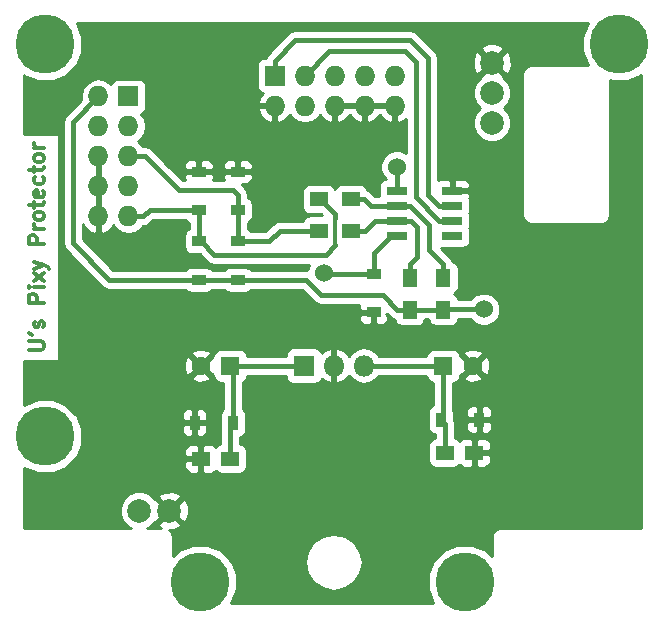
<source format=gbr>
G04 #@! TF.FileFunction,Copper,L1,Top,Signal*
%FSLAX46Y46*%
G04 Gerber Fmt 4.6, Leading zero omitted, Abs format (unit mm)*
G04 Created by KiCad (PCBNEW 4.0.7-e2-6376~58~ubuntu16.04.1) date Thu Nov  2 10:40:48 2017*
%MOMM*%
%LPD*%
G01*
G04 APERTURE LIST*
%ADD10C,0.100000*%
%ADD11C,0.300000*%
%ADD12C,5.000000*%
%ADD13R,1.500000X1.250000*%
%ADD14R,1.600000X1.600000*%
%ADD15C,1.600000*%
%ADD16R,1.220000X0.910000*%
%ADD17R,0.910000X1.220000*%
%ADD18R,1.727200X1.727200*%
%ADD19O,1.727200X1.727200*%
%ADD20C,2.000000*%
%ADD21R,1.300000X1.500000*%
%ADD22R,1.500000X1.300000*%
%ADD23R,1.780000X0.720000*%
%ADD24R,1.800000X1.800000*%
%ADD25O,1.800000X1.800000*%
%ADD26C,1.524000*%
%ADD27C,0.406400*%
%ADD28C,0.304800*%
%ADD29C,0.254000*%
G04 APERTURE END LIST*
D10*
D11*
X101091495Y-128402466D02*
X102143876Y-128402466D01*
X102267686Y-128340561D01*
X102329590Y-128278657D01*
X102391495Y-128154847D01*
X102391495Y-127907228D01*
X102329590Y-127783419D01*
X102267686Y-127721514D01*
X102143876Y-127659609D01*
X101091495Y-127659609D01*
X101091495Y-126978656D02*
X101339114Y-127102466D01*
X102329590Y-126483418D02*
X102391495Y-126359608D01*
X102391495Y-126111989D01*
X102329590Y-125988180D01*
X102205781Y-125926275D01*
X102143876Y-125926275D01*
X102020067Y-125988180D01*
X101958162Y-126111989D01*
X101958162Y-126297704D01*
X101896257Y-126421513D01*
X101772448Y-126483418D01*
X101710543Y-126483418D01*
X101586733Y-126421513D01*
X101524829Y-126297704D01*
X101524829Y-126111989D01*
X101586733Y-125988180D01*
X102391495Y-124378656D02*
X101091495Y-124378656D01*
X101091495Y-123883418D01*
X101153400Y-123759609D01*
X101215305Y-123697704D01*
X101339114Y-123635799D01*
X101524829Y-123635799D01*
X101648638Y-123697704D01*
X101710543Y-123759609D01*
X101772448Y-123883418D01*
X101772448Y-124378656D01*
X102391495Y-123078656D02*
X101524829Y-123078656D01*
X101091495Y-123078656D02*
X101153400Y-123140561D01*
X101215305Y-123078656D01*
X101153400Y-123016751D01*
X101091495Y-123078656D01*
X101215305Y-123078656D01*
X102391495Y-122583418D02*
X101524829Y-121902465D01*
X101524829Y-122583418D02*
X102391495Y-121902465D01*
X101524829Y-121531037D02*
X102391495Y-121221513D01*
X101524829Y-120911989D02*
X102391495Y-121221513D01*
X102701019Y-121345322D01*
X102762924Y-121407227D01*
X102824829Y-121531037D01*
X102391495Y-119426275D02*
X101091495Y-119426275D01*
X101091495Y-118931037D01*
X101153400Y-118807228D01*
X101215305Y-118745323D01*
X101339114Y-118683418D01*
X101524829Y-118683418D01*
X101648638Y-118745323D01*
X101710543Y-118807228D01*
X101772448Y-118931037D01*
X101772448Y-119426275D01*
X102391495Y-118126275D02*
X101524829Y-118126275D01*
X101772448Y-118126275D02*
X101648638Y-118064370D01*
X101586733Y-118002466D01*
X101524829Y-117878656D01*
X101524829Y-117754847D01*
X102391495Y-117135799D02*
X102329590Y-117259608D01*
X102267686Y-117321513D01*
X102143876Y-117383418D01*
X101772448Y-117383418D01*
X101648638Y-117321513D01*
X101586733Y-117259608D01*
X101524829Y-117135799D01*
X101524829Y-116950085D01*
X101586733Y-116826275D01*
X101648638Y-116764370D01*
X101772448Y-116702466D01*
X102143876Y-116702466D01*
X102267686Y-116764370D01*
X102329590Y-116826275D01*
X102391495Y-116950085D01*
X102391495Y-117135799D01*
X101524829Y-116331037D02*
X101524829Y-115835799D01*
X101091495Y-116145323D02*
X102205781Y-116145323D01*
X102329590Y-116083418D01*
X102391495Y-115959609D01*
X102391495Y-115835799D01*
X102329590Y-114907228D02*
X102391495Y-115031038D01*
X102391495Y-115278657D01*
X102329590Y-115402466D01*
X102205781Y-115464371D01*
X101710543Y-115464371D01*
X101586733Y-115402466D01*
X101524829Y-115278657D01*
X101524829Y-115031038D01*
X101586733Y-114907228D01*
X101710543Y-114845323D01*
X101834352Y-114845323D01*
X101958162Y-115464371D01*
X102329590Y-113731037D02*
X102391495Y-113854847D01*
X102391495Y-114102466D01*
X102329590Y-114226275D01*
X102267686Y-114288180D01*
X102143876Y-114350085D01*
X101772448Y-114350085D01*
X101648638Y-114288180D01*
X101586733Y-114226275D01*
X101524829Y-114102466D01*
X101524829Y-113854847D01*
X101586733Y-113731037D01*
X101524829Y-113359608D02*
X101524829Y-112864370D01*
X101091495Y-113173894D02*
X102205781Y-113173894D01*
X102329590Y-113111989D01*
X102391495Y-112988180D01*
X102391495Y-112864370D01*
X102391495Y-112245323D02*
X102329590Y-112369132D01*
X102267686Y-112431037D01*
X102143876Y-112492942D01*
X101772448Y-112492942D01*
X101648638Y-112431037D01*
X101586733Y-112369132D01*
X101524829Y-112245323D01*
X101524829Y-112059609D01*
X101586733Y-111935799D01*
X101648638Y-111873894D01*
X101772448Y-111811990D01*
X102143876Y-111811990D01*
X102267686Y-111873894D01*
X102329590Y-111935799D01*
X102391495Y-112059609D01*
X102391495Y-112245323D01*
X102391495Y-111254847D02*
X101524829Y-111254847D01*
X101772448Y-111254847D02*
X101648638Y-111192942D01*
X101586733Y-111131038D01*
X101524829Y-111007228D01*
X101524829Y-110883419D01*
D12*
X102500000Y-135700000D03*
X115600000Y-148000000D03*
X151100000Y-102500000D03*
X138000000Y-148000000D03*
D13*
X118161000Y-137592000D03*
X115661000Y-137592000D03*
D14*
X118161000Y-129718000D03*
D15*
X115661000Y-129718000D03*
D13*
X136322000Y-137084000D03*
X138822000Y-137084000D03*
D14*
X136195000Y-129718000D03*
D15*
X138695000Y-129718000D03*
D16*
X130289500Y-121923500D03*
X130289500Y-125193500D03*
D17*
X118399000Y-134544000D03*
X115129000Y-134544000D03*
X135957000Y-134290000D03*
X139227000Y-134290000D03*
D16*
X118796000Y-122463000D03*
X118796000Y-119193000D03*
X118796000Y-116557500D03*
X118796000Y-113287500D03*
X115494000Y-122463000D03*
X115494000Y-119193000D03*
X115494000Y-116557500D03*
X115494000Y-113287500D03*
D18*
X121920000Y-105160000D03*
D19*
X121920000Y-107700000D03*
X124460000Y-105160000D03*
X124460000Y-107700000D03*
X127000000Y-105160000D03*
X127000000Y-107700000D03*
X129540000Y-105160000D03*
X129540000Y-107700000D03*
X132080000Y-105160000D03*
X132080000Y-107700000D03*
D20*
X110460000Y-142000000D03*
X113000000Y-142000000D03*
D18*
X109525000Y-106921500D03*
D19*
X106985000Y-106921500D03*
X109525000Y-109461500D03*
X106985000Y-109461500D03*
X109525000Y-112001500D03*
X106985000Y-112001500D03*
X109525000Y-114541500D03*
X106985000Y-114541500D03*
X109525000Y-117081500D03*
X106985000Y-117081500D03*
D20*
X140322500Y-104064000D03*
X140322500Y-106604000D03*
X140322500Y-109144000D03*
D21*
X136195000Y-124972000D03*
X136195000Y-122272000D03*
X133337500Y-124972000D03*
X133337500Y-122272000D03*
D22*
X125654000Y-115621000D03*
X128354000Y-115621000D03*
X125701000Y-118288000D03*
X128401000Y-118288000D03*
D23*
X136938000Y-118732500D03*
X136938000Y-117462500D03*
X136938000Y-116192500D03*
X136938000Y-114922500D03*
X132258000Y-114922500D03*
X132258000Y-116192500D03*
X132258000Y-117462500D03*
X132258000Y-118732500D03*
D12*
X102500000Y-102500000D03*
D24*
X124384000Y-129718000D03*
D25*
X126924000Y-129718000D03*
X129464000Y-129718000D03*
D26*
X126053116Y-121903913D03*
X139624000Y-124955500D03*
X132258000Y-112890500D03*
D27*
X118161000Y-129718000D02*
X124384000Y-129718000D01*
X118399000Y-134544000D02*
X118399000Y-129956000D01*
X118399000Y-129956000D02*
X118161000Y-129718000D01*
X118161000Y-137592000D02*
X118161000Y-134782000D01*
X118161000Y-134782000D02*
X118399000Y-134544000D01*
X136322000Y-137084000D02*
X136322000Y-134655000D01*
X136322000Y-134655000D02*
X135957000Y-134290000D01*
X136195000Y-129718000D02*
X136195000Y-134052000D01*
X136195000Y-134052000D02*
X135957000Y-134290000D01*
X129464000Y-129718000D02*
X136195000Y-129718000D01*
X126072703Y-121923500D02*
X126053116Y-121903913D01*
X130289500Y-121923500D02*
X126072703Y-121923500D01*
X130289500Y-121923500D02*
X130289500Y-120171000D01*
X130289500Y-120171000D02*
X131728000Y-118732500D01*
X131728000Y-118732500D02*
X132258000Y-118732500D01*
X115494000Y-122463000D02*
X107921500Y-122463000D01*
X107921500Y-122463000D02*
X104826000Y-119367500D01*
X104826000Y-119367500D02*
X104826000Y-109080500D01*
X104826000Y-109080500D02*
X106985000Y-106921500D01*
X118796000Y-122463000D02*
X124572648Y-122463000D01*
X131063802Y-123754702D02*
X132281100Y-124972000D01*
X124572648Y-122463000D02*
X125864350Y-123754702D01*
X125864350Y-123754702D02*
X131063802Y-123754702D01*
X132281100Y-124972000D02*
X133337500Y-124972000D01*
X139624000Y-124955500D02*
X136211500Y-124955500D01*
X136211500Y-124955500D02*
X136195000Y-124972000D01*
X133337500Y-124972000D02*
X136195000Y-124972000D01*
X115494000Y-122463000D02*
X118796000Y-122463000D01*
X121447000Y-119193000D02*
X122352000Y-118288000D01*
X122352000Y-118288000D02*
X125701000Y-118288000D01*
X118796000Y-119193000D02*
X121447000Y-119193000D01*
X118796000Y-119193000D02*
X118796000Y-116557500D01*
X109525000Y-112001500D02*
X110922000Y-112001500D01*
X110922000Y-112001500D02*
X113779500Y-114859000D01*
X118796000Y-115240000D02*
X118796000Y-116557500D01*
X113779500Y-114859000D02*
X118415000Y-114859000D01*
X118415000Y-114859000D02*
X118796000Y-115240000D01*
D28*
X127051000Y-119494500D02*
X127051000Y-117208500D01*
D27*
X127051000Y-116918000D02*
X127051000Y-117208500D01*
X125654000Y-115621000D02*
X125754000Y-115621000D01*
X125754000Y-115621000D02*
X127051000Y-116918000D01*
X126225500Y-120320000D02*
X127051000Y-119494500D01*
X116776000Y-120320000D02*
X126225500Y-120320000D01*
X115494000Y-119193000D02*
X115649000Y-119193000D01*
X115649000Y-119193000D02*
X116776000Y-120320000D01*
X111317814Y-116510000D02*
X111365314Y-116557500D01*
X111365314Y-116557500D02*
X115494000Y-116557500D01*
X109525000Y-117081500D02*
X110746314Y-117081500D01*
X110746314Y-117081500D02*
X111317814Y-116510000D01*
X115494000Y-116557500D02*
X115494000Y-119193000D01*
X133401000Y-102159000D02*
X123651000Y-102159000D01*
X123651000Y-102159000D02*
X121920000Y-103890000D01*
X121920000Y-103890000D02*
X121920000Y-105160000D01*
X134925000Y-103683000D02*
X133401000Y-102159000D01*
X134925000Y-115256782D02*
X134925000Y-103683000D01*
X136938000Y-116192500D02*
X135860718Y-116192500D01*
X135860718Y-116192500D02*
X134925000Y-115256782D01*
X136938000Y-117462500D02*
X135860718Y-117462500D01*
X135860718Y-117462500D02*
X133845500Y-115447282D01*
X133845500Y-115447282D02*
X133845500Y-104000500D01*
X133845500Y-104000500D02*
X132956500Y-103111500D01*
X132956500Y-103111500D02*
X126508500Y-103111500D01*
X126508500Y-103111500D02*
X124460000Y-105160000D01*
X132258000Y-114922500D02*
X132258000Y-112890500D01*
X134988500Y-117825948D02*
X133355052Y-116192500D01*
X134988500Y-119909100D02*
X134988500Y-117825948D01*
X136195000Y-122272000D02*
X136195000Y-121115600D01*
X136195000Y-121115600D02*
X134988500Y-119909100D01*
X133355052Y-116192500D02*
X132258000Y-116192500D01*
X128354000Y-115621000D02*
X129510400Y-115621000D01*
X129510400Y-115621000D02*
X130081900Y-116192500D01*
X130081900Y-116192500D02*
X132258000Y-116192500D01*
X133475564Y-117462500D02*
X132258000Y-117462500D01*
X133337500Y-121115600D02*
X133972500Y-120480600D01*
X133337500Y-122272000D02*
X133337500Y-121115600D01*
X133972500Y-120480600D02*
X133972500Y-117959436D01*
X133972500Y-117959436D02*
X133475564Y-117462500D01*
X128401000Y-118288000D02*
X129557400Y-118288000D01*
X129557400Y-118288000D02*
X130382900Y-117462500D01*
X130382900Y-117462500D02*
X132258000Y-117462500D01*
D29*
G36*
X148443826Y-100721847D02*
X147965546Y-101873674D01*
X147964457Y-103120854D01*
X148440727Y-104273515D01*
X148457183Y-104290000D01*
X143600000Y-104290000D01*
X143328295Y-104344046D01*
X143097954Y-104497954D01*
X142944046Y-104728295D01*
X142890000Y-105000000D01*
X142890000Y-117000000D01*
X142944046Y-117271705D01*
X143097954Y-117502046D01*
X143328295Y-117655954D01*
X143600000Y-117710000D01*
X149600000Y-117710000D01*
X149871705Y-117655954D01*
X150102046Y-117502046D01*
X150255954Y-117271705D01*
X150310000Y-117000000D01*
X150310000Y-105566491D01*
X150473674Y-105634454D01*
X151720854Y-105635543D01*
X152873515Y-105159273D01*
X152890000Y-105142817D01*
X152890000Y-143490000D01*
X141000000Y-143490000D01*
X140728295Y-143544046D01*
X140497954Y-143697954D01*
X140344046Y-143928295D01*
X140290000Y-144200000D01*
X140290000Y-145856567D01*
X139778153Y-145343826D01*
X138626326Y-144865546D01*
X137379146Y-144864457D01*
X136226485Y-145340727D01*
X135343826Y-146221847D01*
X134865546Y-147373674D01*
X134864457Y-148620854D01*
X135340727Y-149773515D01*
X135357183Y-149790000D01*
X118244306Y-149790000D01*
X118256174Y-149778153D01*
X118734454Y-148626326D01*
X118735543Y-147379146D01*
X118321878Y-146378000D01*
X124492275Y-146378000D01*
X124673822Y-147290700D01*
X125190825Y-148064450D01*
X125964575Y-148581453D01*
X126877275Y-148763000D01*
X126970725Y-148763000D01*
X127883425Y-148581453D01*
X128657175Y-148064450D01*
X129174178Y-147290700D01*
X129355725Y-146378000D01*
X129174178Y-145465300D01*
X128657175Y-144691550D01*
X127883425Y-144174547D01*
X126970725Y-143993000D01*
X126877275Y-143993000D01*
X125964575Y-144174547D01*
X125190825Y-144691550D01*
X124673822Y-145465300D01*
X124492275Y-146378000D01*
X118321878Y-146378000D01*
X118259273Y-146226485D01*
X117378153Y-145343826D01*
X116226326Y-144865546D01*
X114979146Y-144864457D01*
X113826485Y-145340727D01*
X113310000Y-145856311D01*
X113310000Y-144200000D01*
X113255954Y-143928295D01*
X113102046Y-143697954D01*
X113009004Y-143635786D01*
X113385460Y-143621856D01*
X113874264Y-143419387D01*
X113972927Y-143152532D01*
X113000000Y-142179605D01*
X112027073Y-143152532D01*
X112125736Y-143419387D01*
X112315805Y-143490000D01*
X111135408Y-143490000D01*
X111384943Y-143386894D01*
X111812562Y-142960022D01*
X111847468Y-142972927D01*
X112820395Y-142000000D01*
X113179605Y-142000000D01*
X114152532Y-142972927D01*
X114419387Y-142874264D01*
X114645908Y-142264539D01*
X114621856Y-141614540D01*
X114419387Y-141125736D01*
X114152532Y-141027073D01*
X113179605Y-142000000D01*
X112820395Y-142000000D01*
X111847468Y-141027073D01*
X111812062Y-141040164D01*
X111619703Y-140847468D01*
X112027073Y-140847468D01*
X113000000Y-141820395D01*
X113972927Y-140847468D01*
X113874264Y-140580613D01*
X113264539Y-140354092D01*
X112614540Y-140378144D01*
X112125736Y-140580613D01*
X112027073Y-140847468D01*
X111619703Y-140847468D01*
X111387363Y-140614722D01*
X110786648Y-140365284D01*
X110136205Y-140364716D01*
X109535057Y-140613106D01*
X109074722Y-141072637D01*
X108825284Y-141673352D01*
X108824716Y-142323795D01*
X109073106Y-142924943D01*
X109532637Y-143385278D01*
X109784836Y-143490000D01*
X100710000Y-143490000D01*
X100710000Y-138344306D01*
X100721847Y-138356174D01*
X101873674Y-138834454D01*
X103120854Y-138835543D01*
X104273515Y-138359273D01*
X104755879Y-137877750D01*
X114276000Y-137877750D01*
X114276000Y-138343310D01*
X114372673Y-138576699D01*
X114551302Y-138755327D01*
X114784691Y-138852000D01*
X115375250Y-138852000D01*
X115534000Y-138693250D01*
X115534000Y-137719000D01*
X114434750Y-137719000D01*
X114276000Y-137877750D01*
X104755879Y-137877750D01*
X105156174Y-137478153D01*
X105420871Y-136840690D01*
X114276000Y-136840690D01*
X114276000Y-137306250D01*
X114434750Y-137465000D01*
X115534000Y-137465000D01*
X115534000Y-136490750D01*
X115788000Y-136490750D01*
X115788000Y-137465000D01*
X115808000Y-137465000D01*
X115808000Y-137719000D01*
X115788000Y-137719000D01*
X115788000Y-138693250D01*
X115946750Y-138852000D01*
X116537309Y-138852000D01*
X116770698Y-138755327D01*
X116911936Y-138614090D01*
X116946910Y-138668441D01*
X117159110Y-138813431D01*
X117411000Y-138864440D01*
X118911000Y-138864440D01*
X119146317Y-138820162D01*
X119362441Y-138681090D01*
X119507431Y-138468890D01*
X119558440Y-138217000D01*
X119558440Y-136967000D01*
X119514162Y-136731683D01*
X119375090Y-136515559D01*
X119162890Y-136370569D01*
X118999200Y-136337421D01*
X118999200Y-135774119D01*
X119089317Y-135757162D01*
X119305441Y-135618090D01*
X119450431Y-135405890D01*
X119501440Y-135154000D01*
X119501440Y-133934000D01*
X119457162Y-133698683D01*
X119318090Y-133482559D01*
X119237200Y-133427289D01*
X119237200Y-131094855D01*
X119412441Y-130982090D01*
X119557431Y-130769890D01*
X119600704Y-130556200D01*
X122836560Y-130556200D01*
X122836560Y-130618000D01*
X122880838Y-130853317D01*
X123019910Y-131069441D01*
X123232110Y-131214431D01*
X123484000Y-131265440D01*
X125284000Y-131265440D01*
X125519317Y-131221162D01*
X125735441Y-131082090D01*
X125880431Y-130869890D01*
X125890766Y-130818854D01*
X126016424Y-130955966D01*
X126559258Y-131209046D01*
X126797000Y-131088997D01*
X126797000Y-129845000D01*
X126777000Y-129845000D01*
X126777000Y-129591000D01*
X126797000Y-129591000D01*
X126797000Y-128347003D01*
X127051000Y-128347003D01*
X127051000Y-129591000D01*
X127071000Y-129591000D01*
X127071000Y-129845000D01*
X127051000Y-129845000D01*
X127051000Y-131088997D01*
X127288742Y-131209046D01*
X127831576Y-130955966D01*
X128189499Y-130565418D01*
X128348519Y-130803409D01*
X128846509Y-131136155D01*
X129433928Y-131253000D01*
X129494072Y-131253000D01*
X130081491Y-131136155D01*
X130579481Y-130803409D01*
X130744661Y-130556200D01*
X134754748Y-130556200D01*
X134791838Y-130753317D01*
X134930910Y-130969441D01*
X135143110Y-131114431D01*
X135356800Y-131157704D01*
X135356800Y-133059881D01*
X135266683Y-133076838D01*
X135050559Y-133215910D01*
X134905569Y-133428110D01*
X134854560Y-133680000D01*
X134854560Y-134900000D01*
X134898838Y-135135317D01*
X135037910Y-135351441D01*
X135250110Y-135496431D01*
X135483800Y-135543754D01*
X135483800Y-135828156D01*
X135336683Y-135855838D01*
X135120559Y-135994910D01*
X134975569Y-136207110D01*
X134924560Y-136459000D01*
X134924560Y-137709000D01*
X134968838Y-137944317D01*
X135107910Y-138160441D01*
X135320110Y-138305431D01*
X135572000Y-138356440D01*
X137072000Y-138356440D01*
X137307317Y-138312162D01*
X137523441Y-138173090D01*
X137569969Y-138104994D01*
X137712302Y-138247327D01*
X137945691Y-138344000D01*
X138536250Y-138344000D01*
X138695000Y-138185250D01*
X138695000Y-137211000D01*
X138949000Y-137211000D01*
X138949000Y-138185250D01*
X139107750Y-138344000D01*
X139698309Y-138344000D01*
X139931698Y-138247327D01*
X140110327Y-138068699D01*
X140207000Y-137835310D01*
X140207000Y-137369750D01*
X140048250Y-137211000D01*
X138949000Y-137211000D01*
X138695000Y-137211000D01*
X138675000Y-137211000D01*
X138675000Y-136957000D01*
X138695000Y-136957000D01*
X138695000Y-135982750D01*
X138949000Y-135982750D01*
X138949000Y-136957000D01*
X140048250Y-136957000D01*
X140207000Y-136798250D01*
X140207000Y-136332690D01*
X140110327Y-136099301D01*
X139931698Y-135920673D01*
X139698309Y-135824000D01*
X139107750Y-135824000D01*
X138949000Y-135982750D01*
X138695000Y-135982750D01*
X138536250Y-135824000D01*
X137945691Y-135824000D01*
X137712302Y-135920673D01*
X137571064Y-136061910D01*
X137536090Y-136007559D01*
X137323890Y-135862569D01*
X137160200Y-135829421D01*
X137160200Y-134655000D01*
X137144437Y-134575750D01*
X138137000Y-134575750D01*
X138137000Y-135026310D01*
X138233673Y-135259699D01*
X138412302Y-135438327D01*
X138645691Y-135535000D01*
X138941250Y-135535000D01*
X139100000Y-135376250D01*
X139100000Y-134417000D01*
X139354000Y-134417000D01*
X139354000Y-135376250D01*
X139512750Y-135535000D01*
X139808309Y-135535000D01*
X140041698Y-135438327D01*
X140220327Y-135259699D01*
X140317000Y-135026310D01*
X140317000Y-134575750D01*
X140158250Y-134417000D01*
X139354000Y-134417000D01*
X139100000Y-134417000D01*
X138295750Y-134417000D01*
X138137000Y-134575750D01*
X137144437Y-134575750D01*
X137096396Y-134334235D01*
X137096396Y-134334234D01*
X137059440Y-134278926D01*
X137059440Y-133680000D01*
X137035674Y-133553690D01*
X138137000Y-133553690D01*
X138137000Y-134004250D01*
X138295750Y-134163000D01*
X139100000Y-134163000D01*
X139100000Y-133203750D01*
X139354000Y-133203750D01*
X139354000Y-134163000D01*
X140158250Y-134163000D01*
X140317000Y-134004250D01*
X140317000Y-133553690D01*
X140220327Y-133320301D01*
X140041698Y-133141673D01*
X139808309Y-133045000D01*
X139512750Y-133045000D01*
X139354000Y-133203750D01*
X139100000Y-133203750D01*
X138941250Y-133045000D01*
X138645691Y-133045000D01*
X138412302Y-133141673D01*
X138233673Y-133320301D01*
X138137000Y-133553690D01*
X137035674Y-133553690D01*
X137033200Y-133540547D01*
X137033200Y-131158252D01*
X137230317Y-131121162D01*
X137446441Y-130982090D01*
X137591431Y-130769890D01*
X137600370Y-130725745D01*
X137866861Y-130725745D01*
X137940995Y-130971864D01*
X138478223Y-131164965D01*
X139048454Y-131137778D01*
X139449005Y-130971864D01*
X139523139Y-130725745D01*
X138695000Y-129897605D01*
X137866861Y-130725745D01*
X137600370Y-130725745D01*
X137639646Y-130531799D01*
X137687255Y-130546139D01*
X138515395Y-129718000D01*
X138874605Y-129718000D01*
X139702745Y-130546139D01*
X139948864Y-130472005D01*
X140141965Y-129934777D01*
X140114778Y-129364546D01*
X139948864Y-128963995D01*
X139702745Y-128889861D01*
X138874605Y-129718000D01*
X138515395Y-129718000D01*
X137687255Y-128889861D01*
X137639833Y-128904145D01*
X137603351Y-128710255D01*
X137866861Y-128710255D01*
X138695000Y-129538395D01*
X139523139Y-128710255D01*
X139449005Y-128464136D01*
X138911777Y-128271035D01*
X138341546Y-128298222D01*
X137940995Y-128464136D01*
X137866861Y-128710255D01*
X137603351Y-128710255D01*
X137598162Y-128682683D01*
X137459090Y-128466559D01*
X137246890Y-128321569D01*
X136995000Y-128270560D01*
X135395000Y-128270560D01*
X135159683Y-128314838D01*
X134943559Y-128453910D01*
X134798569Y-128666110D01*
X134755296Y-128879800D01*
X130744661Y-128879800D01*
X130579481Y-128632591D01*
X130081491Y-128299845D01*
X129494072Y-128183000D01*
X129433928Y-128183000D01*
X128846509Y-128299845D01*
X128348519Y-128632591D01*
X128189499Y-128870582D01*
X127831576Y-128480034D01*
X127288742Y-128226954D01*
X127051000Y-128347003D01*
X126797000Y-128347003D01*
X126559258Y-128226954D01*
X126016424Y-128480034D01*
X125893156Y-128614538D01*
X125887162Y-128582683D01*
X125748090Y-128366559D01*
X125535890Y-128221569D01*
X125284000Y-128170560D01*
X123484000Y-128170560D01*
X123248683Y-128214838D01*
X123032559Y-128353910D01*
X122887569Y-128566110D01*
X122836560Y-128818000D01*
X122836560Y-128879800D01*
X119601252Y-128879800D01*
X119564162Y-128682683D01*
X119425090Y-128466559D01*
X119212890Y-128321569D01*
X118961000Y-128270560D01*
X117361000Y-128270560D01*
X117125683Y-128314838D01*
X116909559Y-128453910D01*
X116764569Y-128666110D01*
X116716354Y-128904201D01*
X116668745Y-128889861D01*
X115840605Y-129718000D01*
X116668745Y-130546139D01*
X116716167Y-130531855D01*
X116757838Y-130753317D01*
X116896910Y-130969441D01*
X117109110Y-131114431D01*
X117361000Y-131165440D01*
X117560800Y-131165440D01*
X117560800Y-133425998D01*
X117492559Y-133469910D01*
X117347569Y-133682110D01*
X117296560Y-133934000D01*
X117296560Y-135154000D01*
X117322800Y-135293453D01*
X117322800Y-136336156D01*
X117175683Y-136363838D01*
X116959559Y-136502910D01*
X116913031Y-136571006D01*
X116770698Y-136428673D01*
X116537309Y-136332000D01*
X115946750Y-136332000D01*
X115788000Y-136490750D01*
X115534000Y-136490750D01*
X115375250Y-136332000D01*
X114784691Y-136332000D01*
X114551302Y-136428673D01*
X114372673Y-136607301D01*
X114276000Y-136840690D01*
X105420871Y-136840690D01*
X105634454Y-136326326D01*
X105635543Y-135079146D01*
X105532495Y-134829750D01*
X114039000Y-134829750D01*
X114039000Y-135280310D01*
X114135673Y-135513699D01*
X114314302Y-135692327D01*
X114547691Y-135789000D01*
X114843250Y-135789000D01*
X115002000Y-135630250D01*
X115002000Y-134671000D01*
X115256000Y-134671000D01*
X115256000Y-135630250D01*
X115414750Y-135789000D01*
X115710309Y-135789000D01*
X115943698Y-135692327D01*
X116122327Y-135513699D01*
X116219000Y-135280310D01*
X116219000Y-134829750D01*
X116060250Y-134671000D01*
X115256000Y-134671000D01*
X115002000Y-134671000D01*
X114197750Y-134671000D01*
X114039000Y-134829750D01*
X105532495Y-134829750D01*
X105159273Y-133926485D01*
X105040686Y-133807690D01*
X114039000Y-133807690D01*
X114039000Y-134258250D01*
X114197750Y-134417000D01*
X115002000Y-134417000D01*
X115002000Y-133457750D01*
X115256000Y-133457750D01*
X115256000Y-134417000D01*
X116060250Y-134417000D01*
X116219000Y-134258250D01*
X116219000Y-133807690D01*
X116122327Y-133574301D01*
X115943698Y-133395673D01*
X115710309Y-133299000D01*
X115414750Y-133299000D01*
X115256000Y-133457750D01*
X115002000Y-133457750D01*
X114843250Y-133299000D01*
X114547691Y-133299000D01*
X114314302Y-133395673D01*
X114135673Y-133574301D01*
X114039000Y-133807690D01*
X105040686Y-133807690D01*
X104278153Y-133043826D01*
X103126326Y-132565546D01*
X101879146Y-132564457D01*
X100726485Y-133040727D01*
X100710000Y-133057183D01*
X100710000Y-130725745D01*
X114832861Y-130725745D01*
X114906995Y-130971864D01*
X115444223Y-131164965D01*
X116014454Y-131137778D01*
X116415005Y-130971864D01*
X116489139Y-130725745D01*
X115661000Y-129897605D01*
X114832861Y-130725745D01*
X100710000Y-130725745D01*
X100710000Y-129501223D01*
X114214035Y-129501223D01*
X114241222Y-130071454D01*
X114407136Y-130472005D01*
X114653255Y-130546139D01*
X115481395Y-129718000D01*
X114653255Y-128889861D01*
X114407136Y-128963995D01*
X114214035Y-129501223D01*
X100710000Y-129501223D01*
X100710000Y-129346990D01*
X103628400Y-129346990D01*
X103628400Y-128710255D01*
X114832861Y-128710255D01*
X115661000Y-129538395D01*
X116489139Y-128710255D01*
X116415005Y-128464136D01*
X115877777Y-128271035D01*
X115307546Y-128298222D01*
X114906995Y-128464136D01*
X114832861Y-128710255D01*
X103628400Y-128710255D01*
X103628400Y-125479250D01*
X129044500Y-125479250D01*
X129044500Y-125774809D01*
X129141173Y-126008198D01*
X129319801Y-126186827D01*
X129553190Y-126283500D01*
X130003750Y-126283500D01*
X130162500Y-126124750D01*
X130162500Y-125320500D01*
X129203250Y-125320500D01*
X129044500Y-125479250D01*
X103628400Y-125479250D01*
X103628400Y-110124609D01*
X100710000Y-110124609D01*
X100710000Y-109080500D01*
X103987800Y-109080500D01*
X103987800Y-119367500D01*
X104051604Y-119688266D01*
X104233303Y-119960197D01*
X107328803Y-123055697D01*
X107600734Y-123237396D01*
X107921500Y-123301200D01*
X114375998Y-123301200D01*
X114419910Y-123369441D01*
X114632110Y-123514431D01*
X114884000Y-123565440D01*
X116104000Y-123565440D01*
X116339317Y-123521162D01*
X116555441Y-123382090D01*
X116610711Y-123301200D01*
X117677998Y-123301200D01*
X117721910Y-123369441D01*
X117934110Y-123514431D01*
X118186000Y-123565440D01*
X119406000Y-123565440D01*
X119641317Y-123521162D01*
X119857441Y-123382090D01*
X119912711Y-123301200D01*
X124225454Y-123301200D01*
X125271653Y-124347399D01*
X125543585Y-124529098D01*
X125864350Y-124592902D01*
X129052490Y-124592902D01*
X129044500Y-124612191D01*
X129044500Y-124907750D01*
X129203250Y-125066500D01*
X130162500Y-125066500D01*
X130162500Y-125046500D01*
X130416500Y-125046500D01*
X130416500Y-125066500D01*
X130436500Y-125066500D01*
X130436500Y-125320500D01*
X130416500Y-125320500D01*
X130416500Y-126124750D01*
X130575250Y-126283500D01*
X131025810Y-126283500D01*
X131259199Y-126186827D01*
X131437827Y-126008198D01*
X131534500Y-125774809D01*
X131534500Y-125479250D01*
X131375752Y-125320502D01*
X131444208Y-125320502D01*
X131688403Y-125564697D01*
X131960334Y-125746396D01*
X132047929Y-125763820D01*
X132084338Y-125957317D01*
X132223410Y-126173441D01*
X132435610Y-126318431D01*
X132687500Y-126369440D01*
X133987500Y-126369440D01*
X134222817Y-126325162D01*
X134438941Y-126186090D01*
X134583931Y-125973890D01*
X134617079Y-125810200D01*
X134914156Y-125810200D01*
X134941838Y-125957317D01*
X135080910Y-126173441D01*
X135293110Y-126318431D01*
X135545000Y-126369440D01*
X136845000Y-126369440D01*
X137080317Y-126325162D01*
X137296441Y-126186090D01*
X137441431Y-125973890D01*
X137477920Y-125793700D01*
X138486803Y-125793700D01*
X138831630Y-126139129D01*
X139344900Y-126352257D01*
X139900661Y-126352742D01*
X140414303Y-126140510D01*
X140807629Y-125747870D01*
X141020757Y-125234600D01*
X141021242Y-124678839D01*
X140809010Y-124165197D01*
X140416370Y-123771871D01*
X139903100Y-123558743D01*
X139347339Y-123558258D01*
X138833697Y-123770490D01*
X138486281Y-124117300D01*
X137472739Y-124117300D01*
X137448162Y-123986683D01*
X137309090Y-123770559D01*
X137096890Y-123625569D01*
X137083803Y-123622919D01*
X137296441Y-123486090D01*
X137441431Y-123273890D01*
X137492440Y-123022000D01*
X137492440Y-121522000D01*
X137448162Y-121286683D01*
X137309090Y-121070559D01*
X137096890Y-120925569D01*
X136991141Y-120904154D01*
X136969396Y-120794835D01*
X136787697Y-120522903D01*
X135993748Y-119728954D01*
X136048000Y-119739940D01*
X137828000Y-119739940D01*
X138063317Y-119695662D01*
X138279441Y-119556590D01*
X138424431Y-119344390D01*
X138475440Y-119092500D01*
X138475440Y-118372500D01*
X138431162Y-118137183D01*
X138407088Y-118099772D01*
X138424431Y-118074390D01*
X138475440Y-117822500D01*
X138475440Y-117102500D01*
X138431162Y-116867183D01*
X138407088Y-116829772D01*
X138424431Y-116804390D01*
X138475440Y-116552500D01*
X138475440Y-115832500D01*
X138431162Y-115597183D01*
X138403062Y-115553514D01*
X138463000Y-115408810D01*
X138463000Y-115208250D01*
X138304250Y-115049500D01*
X137065000Y-115049500D01*
X137065000Y-115069500D01*
X136811000Y-115069500D01*
X136811000Y-115049500D01*
X136791000Y-115049500D01*
X136791000Y-114795500D01*
X136811000Y-114795500D01*
X136811000Y-114086250D01*
X137065000Y-114086250D01*
X137065000Y-114795500D01*
X138304250Y-114795500D01*
X138463000Y-114636750D01*
X138463000Y-114436190D01*
X138366327Y-114202801D01*
X138187698Y-114024173D01*
X137954309Y-113927500D01*
X137223750Y-113927500D01*
X137065000Y-114086250D01*
X136811000Y-114086250D01*
X136652250Y-113927500D01*
X135921691Y-113927500D01*
X135763200Y-113993149D01*
X135763200Y-106927795D01*
X138687216Y-106927795D01*
X138935606Y-107528943D01*
X139280259Y-107874199D01*
X138937222Y-108216637D01*
X138687784Y-108817352D01*
X138687216Y-109467795D01*
X138935606Y-110068943D01*
X139395137Y-110529278D01*
X139995852Y-110778716D01*
X140646295Y-110779284D01*
X141247443Y-110530894D01*
X141707778Y-110071363D01*
X141957216Y-109470648D01*
X141957784Y-108820205D01*
X141709394Y-108219057D01*
X141364741Y-107873801D01*
X141707778Y-107531363D01*
X141957216Y-106930648D01*
X141957784Y-106280205D01*
X141709394Y-105679057D01*
X141282522Y-105251438D01*
X141295427Y-105216532D01*
X140322500Y-104243605D01*
X139349573Y-105216532D01*
X139362664Y-105251938D01*
X138937222Y-105676637D01*
X138687784Y-106277352D01*
X138687216Y-106927795D01*
X135763200Y-106927795D01*
X135763200Y-103799461D01*
X138676592Y-103799461D01*
X138700644Y-104449460D01*
X138903113Y-104938264D01*
X139169968Y-105036927D01*
X140142895Y-104064000D01*
X140502105Y-104064000D01*
X141475032Y-105036927D01*
X141741887Y-104938264D01*
X141968408Y-104328539D01*
X141944356Y-103678540D01*
X141741887Y-103189736D01*
X141475032Y-103091073D01*
X140502105Y-104064000D01*
X140142895Y-104064000D01*
X139169968Y-103091073D01*
X138903113Y-103189736D01*
X138676592Y-103799461D01*
X135763200Y-103799461D01*
X135763200Y-103683000D01*
X135699396Y-103362235D01*
X135517697Y-103090303D01*
X135338862Y-102911468D01*
X139349573Y-102911468D01*
X140322500Y-103884395D01*
X141295427Y-102911468D01*
X141196764Y-102644613D01*
X140587039Y-102418092D01*
X139937040Y-102442144D01*
X139448236Y-102644613D01*
X139349573Y-102911468D01*
X135338862Y-102911468D01*
X133993697Y-101566303D01*
X133721766Y-101384604D01*
X133401000Y-101320800D01*
X123651000Y-101320800D01*
X123330235Y-101384604D01*
X123058303Y-101566303D01*
X121327303Y-103297303D01*
X121145604Y-103569234D01*
X121145604Y-103569235D01*
X121129746Y-103648960D01*
X121056400Y-103648960D01*
X120821083Y-103693238D01*
X120604959Y-103832310D01*
X120459969Y-104044510D01*
X120408960Y-104296400D01*
X120408960Y-106023600D01*
X120453238Y-106258917D01*
X120592310Y-106475041D01*
X120804510Y-106620031D01*
X120898375Y-106639039D01*
X120637312Y-106925053D01*
X120465042Y-107340974D01*
X120586183Y-107573000D01*
X121793000Y-107573000D01*
X121793000Y-107553000D01*
X122047000Y-107553000D01*
X122047000Y-107573000D01*
X122067000Y-107573000D01*
X122067000Y-107827000D01*
X122047000Y-107827000D01*
X122047000Y-109034469D01*
X122279027Y-109154968D01*
X122808490Y-108906821D01*
X123190008Y-108488839D01*
X123370971Y-108759670D01*
X123857152Y-109084526D01*
X124430641Y-109198600D01*
X124489359Y-109198600D01*
X125062848Y-109084526D01*
X125549029Y-108759670D01*
X125729992Y-108488839D01*
X126111510Y-108906821D01*
X126640973Y-109154968D01*
X126873000Y-109034469D01*
X126873000Y-107827000D01*
X127127000Y-107827000D01*
X127127000Y-109034469D01*
X127359027Y-109154968D01*
X127888490Y-108906821D01*
X128270000Y-108488848D01*
X128651510Y-108906821D01*
X129180973Y-109154968D01*
X129413000Y-109034469D01*
X129413000Y-107827000D01*
X129667000Y-107827000D01*
X129667000Y-109034469D01*
X129899027Y-109154968D01*
X130428490Y-108906821D01*
X130810000Y-108488848D01*
X131191510Y-108906821D01*
X131720973Y-109154968D01*
X131953000Y-109034469D01*
X131953000Y-107827000D01*
X129667000Y-107827000D01*
X129413000Y-107827000D01*
X127127000Y-107827000D01*
X126873000Y-107827000D01*
X126853000Y-107827000D01*
X126853000Y-107573000D01*
X126873000Y-107573000D01*
X126873000Y-107553000D01*
X127127000Y-107553000D01*
X127127000Y-107573000D01*
X129413000Y-107573000D01*
X129413000Y-107553000D01*
X129667000Y-107553000D01*
X129667000Y-107573000D01*
X131953000Y-107573000D01*
X131953000Y-107553000D01*
X132207000Y-107553000D01*
X132207000Y-107573000D01*
X132227000Y-107573000D01*
X132227000Y-107827000D01*
X132207000Y-107827000D01*
X132207000Y-109034469D01*
X132439027Y-109154968D01*
X132968490Y-108906821D01*
X133007300Y-108864302D01*
X133007300Y-111688987D01*
X132537100Y-111493743D01*
X131981339Y-111493258D01*
X131467697Y-111705490D01*
X131074371Y-112098130D01*
X130861243Y-112611400D01*
X130860758Y-113167161D01*
X131072990Y-113680803D01*
X131316510Y-113924749D01*
X131132683Y-113959338D01*
X130916559Y-114098410D01*
X130771569Y-114310610D01*
X130720560Y-114562500D01*
X130720560Y-115282500D01*
X130734070Y-115354300D01*
X130429094Y-115354300D01*
X130103097Y-115028303D01*
X129831166Y-114846604D01*
X129724023Y-114825292D01*
X129707162Y-114735683D01*
X129568090Y-114519559D01*
X129355890Y-114374569D01*
X129104000Y-114323560D01*
X127604000Y-114323560D01*
X127368683Y-114367838D01*
X127152559Y-114506910D01*
X127007569Y-114719110D01*
X127004919Y-114732197D01*
X126868090Y-114519559D01*
X126655890Y-114374569D01*
X126404000Y-114323560D01*
X124904000Y-114323560D01*
X124668683Y-114367838D01*
X124452559Y-114506910D01*
X124307569Y-114719110D01*
X124256560Y-114971000D01*
X124256560Y-116271000D01*
X124300838Y-116506317D01*
X124439910Y-116722441D01*
X124652110Y-116867431D01*
X124904000Y-116918440D01*
X125866046Y-116918440D01*
X125938166Y-116990560D01*
X124951000Y-116990560D01*
X124715683Y-117034838D01*
X124499559Y-117173910D01*
X124354569Y-117386110D01*
X124341671Y-117449800D01*
X122352000Y-117449800D01*
X122031234Y-117513604D01*
X121759303Y-117695303D01*
X121099806Y-118354800D01*
X119914002Y-118354800D01*
X119870090Y-118286559D01*
X119657890Y-118141569D01*
X119634200Y-118136772D01*
X119634200Y-117617001D01*
X119641317Y-117615662D01*
X119857441Y-117476590D01*
X120002431Y-117264390D01*
X120053440Y-117012500D01*
X120053440Y-116102500D01*
X120009162Y-115867183D01*
X119870090Y-115651059D01*
X119657890Y-115506069D01*
X119634200Y-115501272D01*
X119634200Y-115240000D01*
X119573734Y-114936016D01*
X119570396Y-114919234D01*
X119388697Y-114647303D01*
X119118894Y-114377500D01*
X119532310Y-114377500D01*
X119765699Y-114280827D01*
X119944327Y-114102198D01*
X120041000Y-113868809D01*
X120041000Y-113573250D01*
X119882250Y-113414500D01*
X118923000Y-113414500D01*
X118923000Y-113434500D01*
X118669000Y-113434500D01*
X118669000Y-113414500D01*
X117709750Y-113414500D01*
X117551000Y-113573250D01*
X117551000Y-113868809D01*
X117613957Y-114020800D01*
X116676043Y-114020800D01*
X116739000Y-113868809D01*
X116739000Y-113573250D01*
X116580250Y-113414500D01*
X115621000Y-113414500D01*
X115621000Y-113434500D01*
X115367000Y-113434500D01*
X115367000Y-113414500D01*
X114407750Y-113414500D01*
X114249000Y-113573250D01*
X114249000Y-113868809D01*
X114311957Y-114020800D01*
X114126694Y-114020800D01*
X112812085Y-112706191D01*
X114249000Y-112706191D01*
X114249000Y-113001750D01*
X114407750Y-113160500D01*
X115367000Y-113160500D01*
X115367000Y-112356250D01*
X115621000Y-112356250D01*
X115621000Y-113160500D01*
X116580250Y-113160500D01*
X116739000Y-113001750D01*
X116739000Y-112706191D01*
X117551000Y-112706191D01*
X117551000Y-113001750D01*
X117709750Y-113160500D01*
X118669000Y-113160500D01*
X118669000Y-112356250D01*
X118923000Y-112356250D01*
X118923000Y-113160500D01*
X119882250Y-113160500D01*
X120041000Y-113001750D01*
X120041000Y-112706191D01*
X119944327Y-112472802D01*
X119765699Y-112294173D01*
X119532310Y-112197500D01*
X119081750Y-112197500D01*
X118923000Y-112356250D01*
X118669000Y-112356250D01*
X118510250Y-112197500D01*
X118059690Y-112197500D01*
X117826301Y-112294173D01*
X117647673Y-112472802D01*
X117551000Y-112706191D01*
X116739000Y-112706191D01*
X116642327Y-112472802D01*
X116463699Y-112294173D01*
X116230310Y-112197500D01*
X115779750Y-112197500D01*
X115621000Y-112356250D01*
X115367000Y-112356250D01*
X115208250Y-112197500D01*
X114757690Y-112197500D01*
X114524301Y-112294173D01*
X114345673Y-112472802D01*
X114249000Y-112706191D01*
X112812085Y-112706191D01*
X111514697Y-111408803D01*
X111242766Y-111227104D01*
X110922000Y-111163300D01*
X110752269Y-111163300D01*
X110584670Y-110912471D01*
X110313828Y-110731500D01*
X110584670Y-110550529D01*
X110909526Y-110064348D01*
X111023600Y-109490859D01*
X111023600Y-109432141D01*
X110909526Y-108858652D01*
X110598426Y-108393058D01*
X110623917Y-108388262D01*
X110840041Y-108249190D01*
X110969974Y-108059026D01*
X120465042Y-108059026D01*
X120637312Y-108474947D01*
X121031510Y-108906821D01*
X121560973Y-109154968D01*
X121793000Y-109034469D01*
X121793000Y-107827000D01*
X120586183Y-107827000D01*
X120465042Y-108059026D01*
X110969974Y-108059026D01*
X110985031Y-108036990D01*
X111036040Y-107785100D01*
X111036040Y-106057900D01*
X110991762Y-105822583D01*
X110852690Y-105606459D01*
X110640490Y-105461469D01*
X110388600Y-105410460D01*
X108661400Y-105410460D01*
X108426083Y-105454738D01*
X108209959Y-105593810D01*
X108064969Y-105806010D01*
X108056136Y-105849631D01*
X108044670Y-105832471D01*
X107558489Y-105507615D01*
X106985000Y-105393541D01*
X106411511Y-105507615D01*
X105925330Y-105832471D01*
X105600474Y-106318652D01*
X105486400Y-106892141D01*
X105486400Y-106950859D01*
X105533493Y-107187613D01*
X104233303Y-108487803D01*
X104051604Y-108759734D01*
X104051604Y-108759735D01*
X103987800Y-109080500D01*
X100710000Y-109080500D01*
X100710000Y-105144306D01*
X100721847Y-105156174D01*
X101873674Y-105634454D01*
X103120854Y-105635543D01*
X104273515Y-105159273D01*
X105156174Y-104278153D01*
X105634454Y-103126326D01*
X105635543Y-101879146D01*
X105159273Y-100726485D01*
X105142817Y-100710000D01*
X148455694Y-100710000D01*
X148443826Y-100721847D01*
X148443826Y-100721847D01*
G37*
X148443826Y-100721847D02*
X147965546Y-101873674D01*
X147964457Y-103120854D01*
X148440727Y-104273515D01*
X148457183Y-104290000D01*
X143600000Y-104290000D01*
X143328295Y-104344046D01*
X143097954Y-104497954D01*
X142944046Y-104728295D01*
X142890000Y-105000000D01*
X142890000Y-117000000D01*
X142944046Y-117271705D01*
X143097954Y-117502046D01*
X143328295Y-117655954D01*
X143600000Y-117710000D01*
X149600000Y-117710000D01*
X149871705Y-117655954D01*
X150102046Y-117502046D01*
X150255954Y-117271705D01*
X150310000Y-117000000D01*
X150310000Y-105566491D01*
X150473674Y-105634454D01*
X151720854Y-105635543D01*
X152873515Y-105159273D01*
X152890000Y-105142817D01*
X152890000Y-143490000D01*
X141000000Y-143490000D01*
X140728295Y-143544046D01*
X140497954Y-143697954D01*
X140344046Y-143928295D01*
X140290000Y-144200000D01*
X140290000Y-145856567D01*
X139778153Y-145343826D01*
X138626326Y-144865546D01*
X137379146Y-144864457D01*
X136226485Y-145340727D01*
X135343826Y-146221847D01*
X134865546Y-147373674D01*
X134864457Y-148620854D01*
X135340727Y-149773515D01*
X135357183Y-149790000D01*
X118244306Y-149790000D01*
X118256174Y-149778153D01*
X118734454Y-148626326D01*
X118735543Y-147379146D01*
X118321878Y-146378000D01*
X124492275Y-146378000D01*
X124673822Y-147290700D01*
X125190825Y-148064450D01*
X125964575Y-148581453D01*
X126877275Y-148763000D01*
X126970725Y-148763000D01*
X127883425Y-148581453D01*
X128657175Y-148064450D01*
X129174178Y-147290700D01*
X129355725Y-146378000D01*
X129174178Y-145465300D01*
X128657175Y-144691550D01*
X127883425Y-144174547D01*
X126970725Y-143993000D01*
X126877275Y-143993000D01*
X125964575Y-144174547D01*
X125190825Y-144691550D01*
X124673822Y-145465300D01*
X124492275Y-146378000D01*
X118321878Y-146378000D01*
X118259273Y-146226485D01*
X117378153Y-145343826D01*
X116226326Y-144865546D01*
X114979146Y-144864457D01*
X113826485Y-145340727D01*
X113310000Y-145856311D01*
X113310000Y-144200000D01*
X113255954Y-143928295D01*
X113102046Y-143697954D01*
X113009004Y-143635786D01*
X113385460Y-143621856D01*
X113874264Y-143419387D01*
X113972927Y-143152532D01*
X113000000Y-142179605D01*
X112027073Y-143152532D01*
X112125736Y-143419387D01*
X112315805Y-143490000D01*
X111135408Y-143490000D01*
X111384943Y-143386894D01*
X111812562Y-142960022D01*
X111847468Y-142972927D01*
X112820395Y-142000000D01*
X113179605Y-142000000D01*
X114152532Y-142972927D01*
X114419387Y-142874264D01*
X114645908Y-142264539D01*
X114621856Y-141614540D01*
X114419387Y-141125736D01*
X114152532Y-141027073D01*
X113179605Y-142000000D01*
X112820395Y-142000000D01*
X111847468Y-141027073D01*
X111812062Y-141040164D01*
X111619703Y-140847468D01*
X112027073Y-140847468D01*
X113000000Y-141820395D01*
X113972927Y-140847468D01*
X113874264Y-140580613D01*
X113264539Y-140354092D01*
X112614540Y-140378144D01*
X112125736Y-140580613D01*
X112027073Y-140847468D01*
X111619703Y-140847468D01*
X111387363Y-140614722D01*
X110786648Y-140365284D01*
X110136205Y-140364716D01*
X109535057Y-140613106D01*
X109074722Y-141072637D01*
X108825284Y-141673352D01*
X108824716Y-142323795D01*
X109073106Y-142924943D01*
X109532637Y-143385278D01*
X109784836Y-143490000D01*
X100710000Y-143490000D01*
X100710000Y-138344306D01*
X100721847Y-138356174D01*
X101873674Y-138834454D01*
X103120854Y-138835543D01*
X104273515Y-138359273D01*
X104755879Y-137877750D01*
X114276000Y-137877750D01*
X114276000Y-138343310D01*
X114372673Y-138576699D01*
X114551302Y-138755327D01*
X114784691Y-138852000D01*
X115375250Y-138852000D01*
X115534000Y-138693250D01*
X115534000Y-137719000D01*
X114434750Y-137719000D01*
X114276000Y-137877750D01*
X104755879Y-137877750D01*
X105156174Y-137478153D01*
X105420871Y-136840690D01*
X114276000Y-136840690D01*
X114276000Y-137306250D01*
X114434750Y-137465000D01*
X115534000Y-137465000D01*
X115534000Y-136490750D01*
X115788000Y-136490750D01*
X115788000Y-137465000D01*
X115808000Y-137465000D01*
X115808000Y-137719000D01*
X115788000Y-137719000D01*
X115788000Y-138693250D01*
X115946750Y-138852000D01*
X116537309Y-138852000D01*
X116770698Y-138755327D01*
X116911936Y-138614090D01*
X116946910Y-138668441D01*
X117159110Y-138813431D01*
X117411000Y-138864440D01*
X118911000Y-138864440D01*
X119146317Y-138820162D01*
X119362441Y-138681090D01*
X119507431Y-138468890D01*
X119558440Y-138217000D01*
X119558440Y-136967000D01*
X119514162Y-136731683D01*
X119375090Y-136515559D01*
X119162890Y-136370569D01*
X118999200Y-136337421D01*
X118999200Y-135774119D01*
X119089317Y-135757162D01*
X119305441Y-135618090D01*
X119450431Y-135405890D01*
X119501440Y-135154000D01*
X119501440Y-133934000D01*
X119457162Y-133698683D01*
X119318090Y-133482559D01*
X119237200Y-133427289D01*
X119237200Y-131094855D01*
X119412441Y-130982090D01*
X119557431Y-130769890D01*
X119600704Y-130556200D01*
X122836560Y-130556200D01*
X122836560Y-130618000D01*
X122880838Y-130853317D01*
X123019910Y-131069441D01*
X123232110Y-131214431D01*
X123484000Y-131265440D01*
X125284000Y-131265440D01*
X125519317Y-131221162D01*
X125735441Y-131082090D01*
X125880431Y-130869890D01*
X125890766Y-130818854D01*
X126016424Y-130955966D01*
X126559258Y-131209046D01*
X126797000Y-131088997D01*
X126797000Y-129845000D01*
X126777000Y-129845000D01*
X126777000Y-129591000D01*
X126797000Y-129591000D01*
X126797000Y-128347003D01*
X127051000Y-128347003D01*
X127051000Y-129591000D01*
X127071000Y-129591000D01*
X127071000Y-129845000D01*
X127051000Y-129845000D01*
X127051000Y-131088997D01*
X127288742Y-131209046D01*
X127831576Y-130955966D01*
X128189499Y-130565418D01*
X128348519Y-130803409D01*
X128846509Y-131136155D01*
X129433928Y-131253000D01*
X129494072Y-131253000D01*
X130081491Y-131136155D01*
X130579481Y-130803409D01*
X130744661Y-130556200D01*
X134754748Y-130556200D01*
X134791838Y-130753317D01*
X134930910Y-130969441D01*
X135143110Y-131114431D01*
X135356800Y-131157704D01*
X135356800Y-133059881D01*
X135266683Y-133076838D01*
X135050559Y-133215910D01*
X134905569Y-133428110D01*
X134854560Y-133680000D01*
X134854560Y-134900000D01*
X134898838Y-135135317D01*
X135037910Y-135351441D01*
X135250110Y-135496431D01*
X135483800Y-135543754D01*
X135483800Y-135828156D01*
X135336683Y-135855838D01*
X135120559Y-135994910D01*
X134975569Y-136207110D01*
X134924560Y-136459000D01*
X134924560Y-137709000D01*
X134968838Y-137944317D01*
X135107910Y-138160441D01*
X135320110Y-138305431D01*
X135572000Y-138356440D01*
X137072000Y-138356440D01*
X137307317Y-138312162D01*
X137523441Y-138173090D01*
X137569969Y-138104994D01*
X137712302Y-138247327D01*
X137945691Y-138344000D01*
X138536250Y-138344000D01*
X138695000Y-138185250D01*
X138695000Y-137211000D01*
X138949000Y-137211000D01*
X138949000Y-138185250D01*
X139107750Y-138344000D01*
X139698309Y-138344000D01*
X139931698Y-138247327D01*
X140110327Y-138068699D01*
X140207000Y-137835310D01*
X140207000Y-137369750D01*
X140048250Y-137211000D01*
X138949000Y-137211000D01*
X138695000Y-137211000D01*
X138675000Y-137211000D01*
X138675000Y-136957000D01*
X138695000Y-136957000D01*
X138695000Y-135982750D01*
X138949000Y-135982750D01*
X138949000Y-136957000D01*
X140048250Y-136957000D01*
X140207000Y-136798250D01*
X140207000Y-136332690D01*
X140110327Y-136099301D01*
X139931698Y-135920673D01*
X139698309Y-135824000D01*
X139107750Y-135824000D01*
X138949000Y-135982750D01*
X138695000Y-135982750D01*
X138536250Y-135824000D01*
X137945691Y-135824000D01*
X137712302Y-135920673D01*
X137571064Y-136061910D01*
X137536090Y-136007559D01*
X137323890Y-135862569D01*
X137160200Y-135829421D01*
X137160200Y-134655000D01*
X137144437Y-134575750D01*
X138137000Y-134575750D01*
X138137000Y-135026310D01*
X138233673Y-135259699D01*
X138412302Y-135438327D01*
X138645691Y-135535000D01*
X138941250Y-135535000D01*
X139100000Y-135376250D01*
X139100000Y-134417000D01*
X139354000Y-134417000D01*
X139354000Y-135376250D01*
X139512750Y-135535000D01*
X139808309Y-135535000D01*
X140041698Y-135438327D01*
X140220327Y-135259699D01*
X140317000Y-135026310D01*
X140317000Y-134575750D01*
X140158250Y-134417000D01*
X139354000Y-134417000D01*
X139100000Y-134417000D01*
X138295750Y-134417000D01*
X138137000Y-134575750D01*
X137144437Y-134575750D01*
X137096396Y-134334235D01*
X137096396Y-134334234D01*
X137059440Y-134278926D01*
X137059440Y-133680000D01*
X137035674Y-133553690D01*
X138137000Y-133553690D01*
X138137000Y-134004250D01*
X138295750Y-134163000D01*
X139100000Y-134163000D01*
X139100000Y-133203750D01*
X139354000Y-133203750D01*
X139354000Y-134163000D01*
X140158250Y-134163000D01*
X140317000Y-134004250D01*
X140317000Y-133553690D01*
X140220327Y-133320301D01*
X140041698Y-133141673D01*
X139808309Y-133045000D01*
X139512750Y-133045000D01*
X139354000Y-133203750D01*
X139100000Y-133203750D01*
X138941250Y-133045000D01*
X138645691Y-133045000D01*
X138412302Y-133141673D01*
X138233673Y-133320301D01*
X138137000Y-133553690D01*
X137035674Y-133553690D01*
X137033200Y-133540547D01*
X137033200Y-131158252D01*
X137230317Y-131121162D01*
X137446441Y-130982090D01*
X137591431Y-130769890D01*
X137600370Y-130725745D01*
X137866861Y-130725745D01*
X137940995Y-130971864D01*
X138478223Y-131164965D01*
X139048454Y-131137778D01*
X139449005Y-130971864D01*
X139523139Y-130725745D01*
X138695000Y-129897605D01*
X137866861Y-130725745D01*
X137600370Y-130725745D01*
X137639646Y-130531799D01*
X137687255Y-130546139D01*
X138515395Y-129718000D01*
X138874605Y-129718000D01*
X139702745Y-130546139D01*
X139948864Y-130472005D01*
X140141965Y-129934777D01*
X140114778Y-129364546D01*
X139948864Y-128963995D01*
X139702745Y-128889861D01*
X138874605Y-129718000D01*
X138515395Y-129718000D01*
X137687255Y-128889861D01*
X137639833Y-128904145D01*
X137603351Y-128710255D01*
X137866861Y-128710255D01*
X138695000Y-129538395D01*
X139523139Y-128710255D01*
X139449005Y-128464136D01*
X138911777Y-128271035D01*
X138341546Y-128298222D01*
X137940995Y-128464136D01*
X137866861Y-128710255D01*
X137603351Y-128710255D01*
X137598162Y-128682683D01*
X137459090Y-128466559D01*
X137246890Y-128321569D01*
X136995000Y-128270560D01*
X135395000Y-128270560D01*
X135159683Y-128314838D01*
X134943559Y-128453910D01*
X134798569Y-128666110D01*
X134755296Y-128879800D01*
X130744661Y-128879800D01*
X130579481Y-128632591D01*
X130081491Y-128299845D01*
X129494072Y-128183000D01*
X129433928Y-128183000D01*
X128846509Y-128299845D01*
X128348519Y-128632591D01*
X128189499Y-128870582D01*
X127831576Y-128480034D01*
X127288742Y-128226954D01*
X127051000Y-128347003D01*
X126797000Y-128347003D01*
X126559258Y-128226954D01*
X126016424Y-128480034D01*
X125893156Y-128614538D01*
X125887162Y-128582683D01*
X125748090Y-128366559D01*
X125535890Y-128221569D01*
X125284000Y-128170560D01*
X123484000Y-128170560D01*
X123248683Y-128214838D01*
X123032559Y-128353910D01*
X122887569Y-128566110D01*
X122836560Y-128818000D01*
X122836560Y-128879800D01*
X119601252Y-128879800D01*
X119564162Y-128682683D01*
X119425090Y-128466559D01*
X119212890Y-128321569D01*
X118961000Y-128270560D01*
X117361000Y-128270560D01*
X117125683Y-128314838D01*
X116909559Y-128453910D01*
X116764569Y-128666110D01*
X116716354Y-128904201D01*
X116668745Y-128889861D01*
X115840605Y-129718000D01*
X116668745Y-130546139D01*
X116716167Y-130531855D01*
X116757838Y-130753317D01*
X116896910Y-130969441D01*
X117109110Y-131114431D01*
X117361000Y-131165440D01*
X117560800Y-131165440D01*
X117560800Y-133425998D01*
X117492559Y-133469910D01*
X117347569Y-133682110D01*
X117296560Y-133934000D01*
X117296560Y-135154000D01*
X117322800Y-135293453D01*
X117322800Y-136336156D01*
X117175683Y-136363838D01*
X116959559Y-136502910D01*
X116913031Y-136571006D01*
X116770698Y-136428673D01*
X116537309Y-136332000D01*
X115946750Y-136332000D01*
X115788000Y-136490750D01*
X115534000Y-136490750D01*
X115375250Y-136332000D01*
X114784691Y-136332000D01*
X114551302Y-136428673D01*
X114372673Y-136607301D01*
X114276000Y-136840690D01*
X105420871Y-136840690D01*
X105634454Y-136326326D01*
X105635543Y-135079146D01*
X105532495Y-134829750D01*
X114039000Y-134829750D01*
X114039000Y-135280310D01*
X114135673Y-135513699D01*
X114314302Y-135692327D01*
X114547691Y-135789000D01*
X114843250Y-135789000D01*
X115002000Y-135630250D01*
X115002000Y-134671000D01*
X115256000Y-134671000D01*
X115256000Y-135630250D01*
X115414750Y-135789000D01*
X115710309Y-135789000D01*
X115943698Y-135692327D01*
X116122327Y-135513699D01*
X116219000Y-135280310D01*
X116219000Y-134829750D01*
X116060250Y-134671000D01*
X115256000Y-134671000D01*
X115002000Y-134671000D01*
X114197750Y-134671000D01*
X114039000Y-134829750D01*
X105532495Y-134829750D01*
X105159273Y-133926485D01*
X105040686Y-133807690D01*
X114039000Y-133807690D01*
X114039000Y-134258250D01*
X114197750Y-134417000D01*
X115002000Y-134417000D01*
X115002000Y-133457750D01*
X115256000Y-133457750D01*
X115256000Y-134417000D01*
X116060250Y-134417000D01*
X116219000Y-134258250D01*
X116219000Y-133807690D01*
X116122327Y-133574301D01*
X115943698Y-133395673D01*
X115710309Y-133299000D01*
X115414750Y-133299000D01*
X115256000Y-133457750D01*
X115002000Y-133457750D01*
X114843250Y-133299000D01*
X114547691Y-133299000D01*
X114314302Y-133395673D01*
X114135673Y-133574301D01*
X114039000Y-133807690D01*
X105040686Y-133807690D01*
X104278153Y-133043826D01*
X103126326Y-132565546D01*
X101879146Y-132564457D01*
X100726485Y-133040727D01*
X100710000Y-133057183D01*
X100710000Y-130725745D01*
X114832861Y-130725745D01*
X114906995Y-130971864D01*
X115444223Y-131164965D01*
X116014454Y-131137778D01*
X116415005Y-130971864D01*
X116489139Y-130725745D01*
X115661000Y-129897605D01*
X114832861Y-130725745D01*
X100710000Y-130725745D01*
X100710000Y-129501223D01*
X114214035Y-129501223D01*
X114241222Y-130071454D01*
X114407136Y-130472005D01*
X114653255Y-130546139D01*
X115481395Y-129718000D01*
X114653255Y-128889861D01*
X114407136Y-128963995D01*
X114214035Y-129501223D01*
X100710000Y-129501223D01*
X100710000Y-129346990D01*
X103628400Y-129346990D01*
X103628400Y-128710255D01*
X114832861Y-128710255D01*
X115661000Y-129538395D01*
X116489139Y-128710255D01*
X116415005Y-128464136D01*
X115877777Y-128271035D01*
X115307546Y-128298222D01*
X114906995Y-128464136D01*
X114832861Y-128710255D01*
X103628400Y-128710255D01*
X103628400Y-125479250D01*
X129044500Y-125479250D01*
X129044500Y-125774809D01*
X129141173Y-126008198D01*
X129319801Y-126186827D01*
X129553190Y-126283500D01*
X130003750Y-126283500D01*
X130162500Y-126124750D01*
X130162500Y-125320500D01*
X129203250Y-125320500D01*
X129044500Y-125479250D01*
X103628400Y-125479250D01*
X103628400Y-110124609D01*
X100710000Y-110124609D01*
X100710000Y-109080500D01*
X103987800Y-109080500D01*
X103987800Y-119367500D01*
X104051604Y-119688266D01*
X104233303Y-119960197D01*
X107328803Y-123055697D01*
X107600734Y-123237396D01*
X107921500Y-123301200D01*
X114375998Y-123301200D01*
X114419910Y-123369441D01*
X114632110Y-123514431D01*
X114884000Y-123565440D01*
X116104000Y-123565440D01*
X116339317Y-123521162D01*
X116555441Y-123382090D01*
X116610711Y-123301200D01*
X117677998Y-123301200D01*
X117721910Y-123369441D01*
X117934110Y-123514431D01*
X118186000Y-123565440D01*
X119406000Y-123565440D01*
X119641317Y-123521162D01*
X119857441Y-123382090D01*
X119912711Y-123301200D01*
X124225454Y-123301200D01*
X125271653Y-124347399D01*
X125543585Y-124529098D01*
X125864350Y-124592902D01*
X129052490Y-124592902D01*
X129044500Y-124612191D01*
X129044500Y-124907750D01*
X129203250Y-125066500D01*
X130162500Y-125066500D01*
X130162500Y-125046500D01*
X130416500Y-125046500D01*
X130416500Y-125066500D01*
X130436500Y-125066500D01*
X130436500Y-125320500D01*
X130416500Y-125320500D01*
X130416500Y-126124750D01*
X130575250Y-126283500D01*
X131025810Y-126283500D01*
X131259199Y-126186827D01*
X131437827Y-126008198D01*
X131534500Y-125774809D01*
X131534500Y-125479250D01*
X131375752Y-125320502D01*
X131444208Y-125320502D01*
X131688403Y-125564697D01*
X131960334Y-125746396D01*
X132047929Y-125763820D01*
X132084338Y-125957317D01*
X132223410Y-126173441D01*
X132435610Y-126318431D01*
X132687500Y-126369440D01*
X133987500Y-126369440D01*
X134222817Y-126325162D01*
X134438941Y-126186090D01*
X134583931Y-125973890D01*
X134617079Y-125810200D01*
X134914156Y-125810200D01*
X134941838Y-125957317D01*
X135080910Y-126173441D01*
X135293110Y-126318431D01*
X135545000Y-126369440D01*
X136845000Y-126369440D01*
X137080317Y-126325162D01*
X137296441Y-126186090D01*
X137441431Y-125973890D01*
X137477920Y-125793700D01*
X138486803Y-125793700D01*
X138831630Y-126139129D01*
X139344900Y-126352257D01*
X139900661Y-126352742D01*
X140414303Y-126140510D01*
X140807629Y-125747870D01*
X141020757Y-125234600D01*
X141021242Y-124678839D01*
X140809010Y-124165197D01*
X140416370Y-123771871D01*
X139903100Y-123558743D01*
X139347339Y-123558258D01*
X138833697Y-123770490D01*
X138486281Y-124117300D01*
X137472739Y-124117300D01*
X137448162Y-123986683D01*
X137309090Y-123770559D01*
X137096890Y-123625569D01*
X137083803Y-123622919D01*
X137296441Y-123486090D01*
X137441431Y-123273890D01*
X137492440Y-123022000D01*
X137492440Y-121522000D01*
X137448162Y-121286683D01*
X137309090Y-121070559D01*
X137096890Y-120925569D01*
X136991141Y-120904154D01*
X136969396Y-120794835D01*
X136787697Y-120522903D01*
X135993748Y-119728954D01*
X136048000Y-119739940D01*
X137828000Y-119739940D01*
X138063317Y-119695662D01*
X138279441Y-119556590D01*
X138424431Y-119344390D01*
X138475440Y-119092500D01*
X138475440Y-118372500D01*
X138431162Y-118137183D01*
X138407088Y-118099772D01*
X138424431Y-118074390D01*
X138475440Y-117822500D01*
X138475440Y-117102500D01*
X138431162Y-116867183D01*
X138407088Y-116829772D01*
X138424431Y-116804390D01*
X138475440Y-116552500D01*
X138475440Y-115832500D01*
X138431162Y-115597183D01*
X138403062Y-115553514D01*
X138463000Y-115408810D01*
X138463000Y-115208250D01*
X138304250Y-115049500D01*
X137065000Y-115049500D01*
X137065000Y-115069500D01*
X136811000Y-115069500D01*
X136811000Y-115049500D01*
X136791000Y-115049500D01*
X136791000Y-114795500D01*
X136811000Y-114795500D01*
X136811000Y-114086250D01*
X137065000Y-114086250D01*
X137065000Y-114795500D01*
X138304250Y-114795500D01*
X138463000Y-114636750D01*
X138463000Y-114436190D01*
X138366327Y-114202801D01*
X138187698Y-114024173D01*
X137954309Y-113927500D01*
X137223750Y-113927500D01*
X137065000Y-114086250D01*
X136811000Y-114086250D01*
X136652250Y-113927500D01*
X135921691Y-113927500D01*
X135763200Y-113993149D01*
X135763200Y-106927795D01*
X138687216Y-106927795D01*
X138935606Y-107528943D01*
X139280259Y-107874199D01*
X138937222Y-108216637D01*
X138687784Y-108817352D01*
X138687216Y-109467795D01*
X138935606Y-110068943D01*
X139395137Y-110529278D01*
X139995852Y-110778716D01*
X140646295Y-110779284D01*
X141247443Y-110530894D01*
X141707778Y-110071363D01*
X141957216Y-109470648D01*
X141957784Y-108820205D01*
X141709394Y-108219057D01*
X141364741Y-107873801D01*
X141707778Y-107531363D01*
X141957216Y-106930648D01*
X141957784Y-106280205D01*
X141709394Y-105679057D01*
X141282522Y-105251438D01*
X141295427Y-105216532D01*
X140322500Y-104243605D01*
X139349573Y-105216532D01*
X139362664Y-105251938D01*
X138937222Y-105676637D01*
X138687784Y-106277352D01*
X138687216Y-106927795D01*
X135763200Y-106927795D01*
X135763200Y-103799461D01*
X138676592Y-103799461D01*
X138700644Y-104449460D01*
X138903113Y-104938264D01*
X139169968Y-105036927D01*
X140142895Y-104064000D01*
X140502105Y-104064000D01*
X141475032Y-105036927D01*
X141741887Y-104938264D01*
X141968408Y-104328539D01*
X141944356Y-103678540D01*
X141741887Y-103189736D01*
X141475032Y-103091073D01*
X140502105Y-104064000D01*
X140142895Y-104064000D01*
X139169968Y-103091073D01*
X138903113Y-103189736D01*
X138676592Y-103799461D01*
X135763200Y-103799461D01*
X135763200Y-103683000D01*
X135699396Y-103362235D01*
X135517697Y-103090303D01*
X135338862Y-102911468D01*
X139349573Y-102911468D01*
X140322500Y-103884395D01*
X141295427Y-102911468D01*
X141196764Y-102644613D01*
X140587039Y-102418092D01*
X139937040Y-102442144D01*
X139448236Y-102644613D01*
X139349573Y-102911468D01*
X135338862Y-102911468D01*
X133993697Y-101566303D01*
X133721766Y-101384604D01*
X133401000Y-101320800D01*
X123651000Y-101320800D01*
X123330235Y-101384604D01*
X123058303Y-101566303D01*
X121327303Y-103297303D01*
X121145604Y-103569234D01*
X121145604Y-103569235D01*
X121129746Y-103648960D01*
X121056400Y-103648960D01*
X120821083Y-103693238D01*
X120604959Y-103832310D01*
X120459969Y-104044510D01*
X120408960Y-104296400D01*
X120408960Y-106023600D01*
X120453238Y-106258917D01*
X120592310Y-106475041D01*
X120804510Y-106620031D01*
X120898375Y-106639039D01*
X120637312Y-106925053D01*
X120465042Y-107340974D01*
X120586183Y-107573000D01*
X121793000Y-107573000D01*
X121793000Y-107553000D01*
X122047000Y-107553000D01*
X122047000Y-107573000D01*
X122067000Y-107573000D01*
X122067000Y-107827000D01*
X122047000Y-107827000D01*
X122047000Y-109034469D01*
X122279027Y-109154968D01*
X122808490Y-108906821D01*
X123190008Y-108488839D01*
X123370971Y-108759670D01*
X123857152Y-109084526D01*
X124430641Y-109198600D01*
X124489359Y-109198600D01*
X125062848Y-109084526D01*
X125549029Y-108759670D01*
X125729992Y-108488839D01*
X126111510Y-108906821D01*
X126640973Y-109154968D01*
X126873000Y-109034469D01*
X126873000Y-107827000D01*
X127127000Y-107827000D01*
X127127000Y-109034469D01*
X127359027Y-109154968D01*
X127888490Y-108906821D01*
X128270000Y-108488848D01*
X128651510Y-108906821D01*
X129180973Y-109154968D01*
X129413000Y-109034469D01*
X129413000Y-107827000D01*
X129667000Y-107827000D01*
X129667000Y-109034469D01*
X129899027Y-109154968D01*
X130428490Y-108906821D01*
X130810000Y-108488848D01*
X131191510Y-108906821D01*
X131720973Y-109154968D01*
X131953000Y-109034469D01*
X131953000Y-107827000D01*
X129667000Y-107827000D01*
X129413000Y-107827000D01*
X127127000Y-107827000D01*
X126873000Y-107827000D01*
X126853000Y-107827000D01*
X126853000Y-107573000D01*
X126873000Y-107573000D01*
X126873000Y-107553000D01*
X127127000Y-107553000D01*
X127127000Y-107573000D01*
X129413000Y-107573000D01*
X129413000Y-107553000D01*
X129667000Y-107553000D01*
X129667000Y-107573000D01*
X131953000Y-107573000D01*
X131953000Y-107553000D01*
X132207000Y-107553000D01*
X132207000Y-107573000D01*
X132227000Y-107573000D01*
X132227000Y-107827000D01*
X132207000Y-107827000D01*
X132207000Y-109034469D01*
X132439027Y-109154968D01*
X132968490Y-108906821D01*
X133007300Y-108864302D01*
X133007300Y-111688987D01*
X132537100Y-111493743D01*
X131981339Y-111493258D01*
X131467697Y-111705490D01*
X131074371Y-112098130D01*
X130861243Y-112611400D01*
X130860758Y-113167161D01*
X131072990Y-113680803D01*
X131316510Y-113924749D01*
X131132683Y-113959338D01*
X130916559Y-114098410D01*
X130771569Y-114310610D01*
X130720560Y-114562500D01*
X130720560Y-115282500D01*
X130734070Y-115354300D01*
X130429094Y-115354300D01*
X130103097Y-115028303D01*
X129831166Y-114846604D01*
X129724023Y-114825292D01*
X129707162Y-114735683D01*
X129568090Y-114519559D01*
X129355890Y-114374569D01*
X129104000Y-114323560D01*
X127604000Y-114323560D01*
X127368683Y-114367838D01*
X127152559Y-114506910D01*
X127007569Y-114719110D01*
X127004919Y-114732197D01*
X126868090Y-114519559D01*
X126655890Y-114374569D01*
X126404000Y-114323560D01*
X124904000Y-114323560D01*
X124668683Y-114367838D01*
X124452559Y-114506910D01*
X124307569Y-114719110D01*
X124256560Y-114971000D01*
X124256560Y-116271000D01*
X124300838Y-116506317D01*
X124439910Y-116722441D01*
X124652110Y-116867431D01*
X124904000Y-116918440D01*
X125866046Y-116918440D01*
X125938166Y-116990560D01*
X124951000Y-116990560D01*
X124715683Y-117034838D01*
X124499559Y-117173910D01*
X124354569Y-117386110D01*
X124341671Y-117449800D01*
X122352000Y-117449800D01*
X122031234Y-117513604D01*
X121759303Y-117695303D01*
X121099806Y-118354800D01*
X119914002Y-118354800D01*
X119870090Y-118286559D01*
X119657890Y-118141569D01*
X119634200Y-118136772D01*
X119634200Y-117617001D01*
X119641317Y-117615662D01*
X119857441Y-117476590D01*
X120002431Y-117264390D01*
X120053440Y-117012500D01*
X120053440Y-116102500D01*
X120009162Y-115867183D01*
X119870090Y-115651059D01*
X119657890Y-115506069D01*
X119634200Y-115501272D01*
X119634200Y-115240000D01*
X119573734Y-114936016D01*
X119570396Y-114919234D01*
X119388697Y-114647303D01*
X119118894Y-114377500D01*
X119532310Y-114377500D01*
X119765699Y-114280827D01*
X119944327Y-114102198D01*
X120041000Y-113868809D01*
X120041000Y-113573250D01*
X119882250Y-113414500D01*
X118923000Y-113414500D01*
X118923000Y-113434500D01*
X118669000Y-113434500D01*
X118669000Y-113414500D01*
X117709750Y-113414500D01*
X117551000Y-113573250D01*
X117551000Y-113868809D01*
X117613957Y-114020800D01*
X116676043Y-114020800D01*
X116739000Y-113868809D01*
X116739000Y-113573250D01*
X116580250Y-113414500D01*
X115621000Y-113414500D01*
X115621000Y-113434500D01*
X115367000Y-113434500D01*
X115367000Y-113414500D01*
X114407750Y-113414500D01*
X114249000Y-113573250D01*
X114249000Y-113868809D01*
X114311957Y-114020800D01*
X114126694Y-114020800D01*
X112812085Y-112706191D01*
X114249000Y-112706191D01*
X114249000Y-113001750D01*
X114407750Y-113160500D01*
X115367000Y-113160500D01*
X115367000Y-112356250D01*
X115621000Y-112356250D01*
X115621000Y-113160500D01*
X116580250Y-113160500D01*
X116739000Y-113001750D01*
X116739000Y-112706191D01*
X117551000Y-112706191D01*
X117551000Y-113001750D01*
X117709750Y-113160500D01*
X118669000Y-113160500D01*
X118669000Y-112356250D01*
X118923000Y-112356250D01*
X118923000Y-113160500D01*
X119882250Y-113160500D01*
X120041000Y-113001750D01*
X120041000Y-112706191D01*
X119944327Y-112472802D01*
X119765699Y-112294173D01*
X119532310Y-112197500D01*
X119081750Y-112197500D01*
X118923000Y-112356250D01*
X118669000Y-112356250D01*
X118510250Y-112197500D01*
X118059690Y-112197500D01*
X117826301Y-112294173D01*
X117647673Y-112472802D01*
X117551000Y-112706191D01*
X116739000Y-112706191D01*
X116642327Y-112472802D01*
X116463699Y-112294173D01*
X116230310Y-112197500D01*
X115779750Y-112197500D01*
X115621000Y-112356250D01*
X115367000Y-112356250D01*
X115208250Y-112197500D01*
X114757690Y-112197500D01*
X114524301Y-112294173D01*
X114345673Y-112472802D01*
X114249000Y-112706191D01*
X112812085Y-112706191D01*
X111514697Y-111408803D01*
X111242766Y-111227104D01*
X110922000Y-111163300D01*
X110752269Y-111163300D01*
X110584670Y-110912471D01*
X110313828Y-110731500D01*
X110584670Y-110550529D01*
X110909526Y-110064348D01*
X111023600Y-109490859D01*
X111023600Y-109432141D01*
X110909526Y-108858652D01*
X110598426Y-108393058D01*
X110623917Y-108388262D01*
X110840041Y-108249190D01*
X110969974Y-108059026D01*
X120465042Y-108059026D01*
X120637312Y-108474947D01*
X121031510Y-108906821D01*
X121560973Y-109154968D01*
X121793000Y-109034469D01*
X121793000Y-107827000D01*
X120586183Y-107827000D01*
X120465042Y-108059026D01*
X110969974Y-108059026D01*
X110985031Y-108036990D01*
X111036040Y-107785100D01*
X111036040Y-106057900D01*
X110991762Y-105822583D01*
X110852690Y-105606459D01*
X110640490Y-105461469D01*
X110388600Y-105410460D01*
X108661400Y-105410460D01*
X108426083Y-105454738D01*
X108209959Y-105593810D01*
X108064969Y-105806010D01*
X108056136Y-105849631D01*
X108044670Y-105832471D01*
X107558489Y-105507615D01*
X106985000Y-105393541D01*
X106411511Y-105507615D01*
X105925330Y-105832471D01*
X105600474Y-106318652D01*
X105486400Y-106892141D01*
X105486400Y-106950859D01*
X105533493Y-107187613D01*
X104233303Y-108487803D01*
X104051604Y-108759734D01*
X104051604Y-108759735D01*
X103987800Y-109080500D01*
X100710000Y-109080500D01*
X100710000Y-105144306D01*
X100721847Y-105156174D01*
X101873674Y-105634454D01*
X103120854Y-105635543D01*
X104273515Y-105159273D01*
X105156174Y-104278153D01*
X105634454Y-103126326D01*
X105635543Y-101879146D01*
X105159273Y-100726485D01*
X105142817Y-100710000D01*
X148455694Y-100710000D01*
X148443826Y-100721847D01*
G36*
X107112000Y-111874500D02*
X107132000Y-111874500D01*
X107132000Y-112128500D01*
X107112000Y-112128500D01*
X107112000Y-114414500D01*
X107132000Y-114414500D01*
X107132000Y-114668500D01*
X107112000Y-114668500D01*
X107112000Y-116954500D01*
X107132000Y-116954500D01*
X107132000Y-117208500D01*
X107112000Y-117208500D01*
X107112000Y-118415317D01*
X107344026Y-118536458D01*
X107759947Y-118364188D01*
X108191821Y-117969990D01*
X108249336Y-117847272D01*
X108465330Y-118170529D01*
X108951511Y-118495385D01*
X109525000Y-118609459D01*
X110098489Y-118495385D01*
X110584670Y-118170529D01*
X110753181Y-117918334D01*
X111067080Y-117855896D01*
X111339011Y-117674197D01*
X111617508Y-117395700D01*
X114375998Y-117395700D01*
X114419910Y-117463941D01*
X114632110Y-117608931D01*
X114655800Y-117613728D01*
X114655800Y-118133499D01*
X114648683Y-118134838D01*
X114432559Y-118273910D01*
X114287569Y-118486110D01*
X114236560Y-118738000D01*
X114236560Y-119648000D01*
X114280838Y-119883317D01*
X114419910Y-120099441D01*
X114632110Y-120244431D01*
X114884000Y-120295440D01*
X115566046Y-120295440D01*
X116183303Y-120912697D01*
X116455235Y-121094396D01*
X116776000Y-121158200D01*
X124850113Y-121158200D01*
X124656359Y-121624813D01*
X124656344Y-121641448D01*
X124572648Y-121624800D01*
X119914002Y-121624800D01*
X119870090Y-121556559D01*
X119657890Y-121411569D01*
X119406000Y-121360560D01*
X118186000Y-121360560D01*
X117950683Y-121404838D01*
X117734559Y-121543910D01*
X117679289Y-121624800D01*
X116612002Y-121624800D01*
X116568090Y-121556559D01*
X116355890Y-121411569D01*
X116104000Y-121360560D01*
X114884000Y-121360560D01*
X114648683Y-121404838D01*
X114432559Y-121543910D01*
X114377289Y-121624800D01*
X108268694Y-121624800D01*
X105664200Y-119020306D01*
X105664200Y-117726797D01*
X105778179Y-117969990D01*
X106210053Y-118364188D01*
X106625974Y-118536458D01*
X106858000Y-118415317D01*
X106858000Y-117208500D01*
X106838000Y-117208500D01*
X106838000Y-116954500D01*
X106858000Y-116954500D01*
X106858000Y-114668500D01*
X106838000Y-114668500D01*
X106838000Y-114414500D01*
X106858000Y-114414500D01*
X106858000Y-112128500D01*
X106838000Y-112128500D01*
X106838000Y-111874500D01*
X106858000Y-111874500D01*
X106858000Y-111854500D01*
X107112000Y-111854500D01*
X107112000Y-111874500D01*
X107112000Y-111874500D01*
G37*
X107112000Y-111874500D02*
X107132000Y-111874500D01*
X107132000Y-112128500D01*
X107112000Y-112128500D01*
X107112000Y-114414500D01*
X107132000Y-114414500D01*
X107132000Y-114668500D01*
X107112000Y-114668500D01*
X107112000Y-116954500D01*
X107132000Y-116954500D01*
X107132000Y-117208500D01*
X107112000Y-117208500D01*
X107112000Y-118415317D01*
X107344026Y-118536458D01*
X107759947Y-118364188D01*
X108191821Y-117969990D01*
X108249336Y-117847272D01*
X108465330Y-118170529D01*
X108951511Y-118495385D01*
X109525000Y-118609459D01*
X110098489Y-118495385D01*
X110584670Y-118170529D01*
X110753181Y-117918334D01*
X111067080Y-117855896D01*
X111339011Y-117674197D01*
X111617508Y-117395700D01*
X114375998Y-117395700D01*
X114419910Y-117463941D01*
X114632110Y-117608931D01*
X114655800Y-117613728D01*
X114655800Y-118133499D01*
X114648683Y-118134838D01*
X114432559Y-118273910D01*
X114287569Y-118486110D01*
X114236560Y-118738000D01*
X114236560Y-119648000D01*
X114280838Y-119883317D01*
X114419910Y-120099441D01*
X114632110Y-120244431D01*
X114884000Y-120295440D01*
X115566046Y-120295440D01*
X116183303Y-120912697D01*
X116455235Y-121094396D01*
X116776000Y-121158200D01*
X124850113Y-121158200D01*
X124656359Y-121624813D01*
X124656344Y-121641448D01*
X124572648Y-121624800D01*
X119914002Y-121624800D01*
X119870090Y-121556559D01*
X119657890Y-121411569D01*
X119406000Y-121360560D01*
X118186000Y-121360560D01*
X117950683Y-121404838D01*
X117734559Y-121543910D01*
X117679289Y-121624800D01*
X116612002Y-121624800D01*
X116568090Y-121556559D01*
X116355890Y-121411569D01*
X116104000Y-121360560D01*
X114884000Y-121360560D01*
X114648683Y-121404838D01*
X114432559Y-121543910D01*
X114377289Y-121624800D01*
X108268694Y-121624800D01*
X105664200Y-119020306D01*
X105664200Y-117726797D01*
X105778179Y-117969990D01*
X106210053Y-118364188D01*
X106625974Y-118536458D01*
X106858000Y-118415317D01*
X106858000Y-117208500D01*
X106838000Y-117208500D01*
X106838000Y-116954500D01*
X106858000Y-116954500D01*
X106858000Y-114668500D01*
X106838000Y-114668500D01*
X106838000Y-114414500D01*
X106858000Y-114414500D01*
X106858000Y-112128500D01*
X106838000Y-112128500D01*
X106838000Y-111874500D01*
X106858000Y-111874500D01*
X106858000Y-111854500D01*
X107112000Y-111854500D01*
X107112000Y-111874500D01*
M02*

</source>
